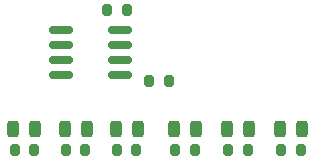
<source format=gbr>
%TF.GenerationSoftware,KiCad,Pcbnew,(6.0.5)*%
%TF.CreationDate,2022-07-13T10:20:42-06:00*%
%TF.ProjectId,modem,6d6f6465-6d2e-46b6-9963-61645f706362,rev?*%
%TF.SameCoordinates,Original*%
%TF.FileFunction,Paste,Bot*%
%TF.FilePolarity,Positive*%
%FSLAX46Y46*%
G04 Gerber Fmt 4.6, Leading zero omitted, Abs format (unit mm)*
G04 Created by KiCad (PCBNEW (6.0.5)) date 2022-07-13 10:20:42*
%MOMM*%
%LPD*%
G01*
G04 APERTURE LIST*
G04 Aperture macros list*
%AMRoundRect*
0 Rectangle with rounded corners*
0 $1 Rounding radius*
0 $2 $3 $4 $5 $6 $7 $8 $9 X,Y pos of 4 corners*
0 Add a 4 corners polygon primitive as box body*
4,1,4,$2,$3,$4,$5,$6,$7,$8,$9,$2,$3,0*
0 Add four circle primitives for the rounded corners*
1,1,$1+$1,$2,$3*
1,1,$1+$1,$4,$5*
1,1,$1+$1,$6,$7*
1,1,$1+$1,$8,$9*
0 Add four rect primitives between the rounded corners*
20,1,$1+$1,$2,$3,$4,$5,0*
20,1,$1+$1,$4,$5,$6,$7,0*
20,1,$1+$1,$6,$7,$8,$9,0*
20,1,$1+$1,$8,$9,$2,$3,0*%
G04 Aperture macros list end*
%ADD10RoundRect,0.150000X0.825000X0.150000X-0.825000X0.150000X-0.825000X-0.150000X0.825000X-0.150000X0*%
%ADD11RoundRect,0.243750X-0.243750X-0.456250X0.243750X-0.456250X0.243750X0.456250X-0.243750X0.456250X0*%
%ADD12RoundRect,0.200000X-0.200000X-0.275000X0.200000X-0.275000X0.200000X0.275000X-0.200000X0.275000X0*%
%ADD13RoundRect,0.200000X0.200000X0.275000X-0.200000X0.275000X-0.200000X-0.275000X0.200000X-0.275000X0*%
G04 APERTURE END LIST*
D10*
%TO.C,Q1*%
X143775000Y-53045000D03*
X143775000Y-54315000D03*
X143775000Y-55585000D03*
X143775000Y-56855000D03*
X138825000Y-56855000D03*
X138825000Y-55585000D03*
X138825000Y-54315000D03*
X138825000Y-53045000D03*
%TD*%
D11*
%TO.C,D6*%
X157302500Y-61400000D03*
X159177500Y-61400000D03*
%TD*%
%TO.C,D5*%
X152852500Y-61400000D03*
X154727500Y-61400000D03*
%TD*%
%TO.C,D4*%
X148352500Y-61400000D03*
X150227500Y-61400000D03*
%TD*%
%TO.C,D3*%
X143412500Y-61400000D03*
X145287500Y-61400000D03*
%TD*%
%TO.C,D2*%
X139082500Y-61400000D03*
X140957500Y-61400000D03*
%TD*%
%TO.C,D1*%
X134742500Y-61400000D03*
X136617500Y-61400000D03*
%TD*%
D12*
%TO.C,R2*%
X139195000Y-63180000D03*
X140845000Y-63180000D03*
%TD*%
%TO.C,R4*%
X148465000Y-63180000D03*
X150115000Y-63180000D03*
%TD*%
D13*
%TO.C,R7*%
X147925000Y-57390000D03*
X146275000Y-57390000D03*
%TD*%
D12*
%TO.C,R3*%
X143525000Y-63180000D03*
X145175000Y-63180000D03*
%TD*%
%TO.C,R5*%
X152965000Y-63180000D03*
X154615000Y-63180000D03*
%TD*%
D13*
%TO.C,R8*%
X144335000Y-51320000D03*
X142685000Y-51320000D03*
%TD*%
D12*
%TO.C,R1*%
X134855000Y-63180000D03*
X136505000Y-63180000D03*
%TD*%
%TO.C,R6*%
X157415000Y-63180000D03*
X159065000Y-63180000D03*
%TD*%
M02*

</source>
